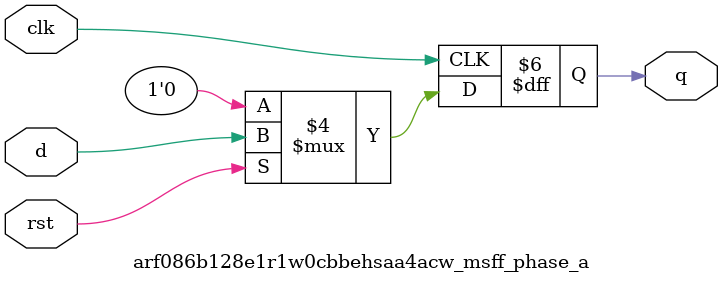
<source format=sv>
`ifndef ARF086B128E1R1W0CBBEHSAA4ACW_MSFF_PHASE_A_SV
`define ARF086B128E1R1W0CBBEHSAA4ACW_MSFF_PHASE_A_SV

module arf086b128e1r1w0cbbehsaa4acw_msff_phase_a #
(
  parameter DWIDTH = 1
)
(
  input  logic [DWIDTH-1:0] d,
  input  logic clk,
  input  logic rst,
  output logic [DWIDTH-1:0] q
);

always_ff @ (posedge clk) begin
  if (~rst) begin
    q <= '0;
  end
  else begin
    q <= d;
  end
end

endmodule // arf086b128e1r1w0cbbehsaa4acw_msff_phase_a

`endif // ARF086B128E1R1W0CBBEHSAA4ACW_MSFF_PHASE_A_SV
</source>
